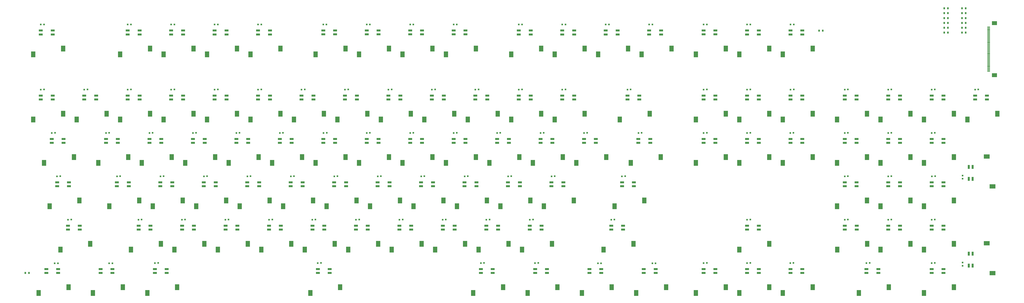
<source format=gbp>
G04*
G04 #@! TF.GenerationSoftware,Altium Limited,Altium Designer,20.2.6 (244)*
G04*
G04 Layer_Color=128*
%FSLAX25Y25*%
%MOIN*%
G70*
G04*
G04 #@! TF.SameCoordinates,CFAAA4C9-4C41-4F38-B22A-D29D1F60BAB1*
G04*
G04*
G04 #@! TF.FilePolarity,Positive*
G04*
G01*
G75*
%ADD27R,0.03150X0.03799*%
%ADD28R,0.07087X0.03346*%
%ADD29R,0.07480X0.09843*%
%ADD30R,0.07480X0.09843*%
%ADD31R,0.03346X0.07087*%
%ADD32R,0.09843X0.07480*%
%ADD33R,0.09843X0.07480*%
%ADD34R,0.08661X0.07087*%
%ADD35R,0.05118X0.01181*%
%ADD36R,0.03000X0.03000*%
%ADD37R,0.03000X0.03000*%
D27*
X26500Y72500D02*
D03*
X20201D02*
D03*
X1390201Y491500D02*
D03*
X1396500D02*
D03*
X1643299Y530000D02*
D03*
X1637000D02*
D03*
X1643299Y521600D02*
D03*
X1637000D02*
D03*
X1643299Y513200D02*
D03*
X1637000D02*
D03*
X1643299Y504800D02*
D03*
X1637000D02*
D03*
X1643299Y496400D02*
D03*
X1637000D02*
D03*
X1643299Y488000D02*
D03*
X1637000D02*
D03*
X1606201Y530000D02*
D03*
X1612500D02*
D03*
X1606201Y521600D02*
D03*
X1612500D02*
D03*
X1606201Y513200D02*
D03*
X1612500D02*
D03*
X1606201Y504800D02*
D03*
X1612500D02*
D03*
X1606201Y496400D02*
D03*
X1612500D02*
D03*
X1606201Y488000D02*
D03*
X1612500D02*
D03*
D28*
X1050200Y229100D02*
D03*
X1070673D02*
D03*
X1070671Y222407D02*
D03*
X1050200D02*
D03*
X93900Y154100D02*
D03*
X114373D02*
D03*
X114371Y147407D02*
D03*
X93900D02*
D03*
X993900Y72407D02*
D03*
X1014371D02*
D03*
X1014373Y79100D02*
D03*
X993900D02*
D03*
X243900Y72407D02*
D03*
X264371D02*
D03*
X264373Y79100D02*
D03*
X243900D02*
D03*
X56400Y72407D02*
D03*
X76871D02*
D03*
X76873Y79100D02*
D03*
X56400D02*
D03*
X150100Y72407D02*
D03*
X170571D02*
D03*
X170573Y79100D02*
D03*
X150100D02*
D03*
X806400Y72407D02*
D03*
X826871D02*
D03*
X826873Y79100D02*
D03*
X806400D02*
D03*
X1087700Y72407D02*
D03*
X1108171D02*
D03*
X1108173Y79100D02*
D03*
X1087700D02*
D03*
X900200Y72407D02*
D03*
X920671D02*
D03*
X920673Y79100D02*
D03*
X900200D02*
D03*
X1031400Y154100D02*
D03*
X1051873D02*
D03*
X1051871Y147407D02*
D03*
X1031400D02*
D03*
X75200Y229100D02*
D03*
X95673D02*
D03*
X95671Y222407D02*
D03*
X75200D02*
D03*
X1059500Y379100D02*
D03*
X1079973D02*
D03*
X1079971Y372407D02*
D03*
X1059500D02*
D03*
X1472000Y79200D02*
D03*
X1492473D02*
D03*
X1492471Y72507D02*
D03*
X1472000D02*
D03*
X525200Y79100D02*
D03*
X545673D02*
D03*
X545671Y72407D02*
D03*
X525200D02*
D03*
X797000Y372407D02*
D03*
X817471D02*
D03*
X817473Y379100D02*
D03*
X797000D02*
D03*
X122000Y372407D02*
D03*
X142471D02*
D03*
X142473Y379100D02*
D03*
X122000D02*
D03*
X197000Y372407D02*
D03*
X217471D02*
D03*
X217473Y379100D02*
D03*
X197000D02*
D03*
X272000Y372407D02*
D03*
X292471D02*
D03*
X292473Y379100D02*
D03*
X272000D02*
D03*
X347000Y372407D02*
D03*
X367471D02*
D03*
X367473Y379100D02*
D03*
X347000D02*
D03*
X422000Y372407D02*
D03*
X442471D02*
D03*
X442473Y379100D02*
D03*
X422000D02*
D03*
X497000Y372407D02*
D03*
X517471D02*
D03*
X517473Y379100D02*
D03*
X497000D02*
D03*
X572000Y372407D02*
D03*
X592471D02*
D03*
X592473Y379100D02*
D03*
X572000D02*
D03*
X647000Y372407D02*
D03*
X667471D02*
D03*
X667473Y379100D02*
D03*
X647000D02*
D03*
X722000Y372407D02*
D03*
X742471D02*
D03*
X742473Y379100D02*
D03*
X722000D02*
D03*
X947000Y372407D02*
D03*
X967471D02*
D03*
X967473Y379100D02*
D03*
X947000D02*
D03*
X178300Y222407D02*
D03*
X198771D02*
D03*
X198773Y229100D02*
D03*
X178300D02*
D03*
X984500Y297407D02*
D03*
X1004971D02*
D03*
X1004973Y304100D02*
D03*
X984500D02*
D03*
X515800Y147407D02*
D03*
X536271D02*
D03*
X536273Y154100D02*
D03*
X515800D02*
D03*
X853300Y222407D02*
D03*
X873771D02*
D03*
X873773Y229100D02*
D03*
X853300D02*
D03*
X740800Y147407D02*
D03*
X761271D02*
D03*
X761273Y154100D02*
D03*
X740800D02*
D03*
X365800Y147407D02*
D03*
X386271D02*
D03*
X386273Y154100D02*
D03*
X365800D02*
D03*
X1190800Y297407D02*
D03*
X1211271D02*
D03*
X1211273Y304100D02*
D03*
X1190800D02*
D03*
X1265800Y72407D02*
D03*
X1286271D02*
D03*
X1286273Y79100D02*
D03*
X1265800D02*
D03*
X328300Y222407D02*
D03*
X348771D02*
D03*
X348773Y229100D02*
D03*
X328300D02*
D03*
X1265800Y297407D02*
D03*
X1286271D02*
D03*
X1286273Y304100D02*
D03*
X1265800D02*
D03*
X47000Y484907D02*
D03*
X67471D02*
D03*
X67473Y491600D02*
D03*
X47000D02*
D03*
X309500Y297407D02*
D03*
X329971D02*
D03*
X329973Y304100D02*
D03*
X309500D02*
D03*
X197000Y484907D02*
D03*
X217471D02*
D03*
X217473Y491600D02*
D03*
X197000D02*
D03*
X272000Y484907D02*
D03*
X292471D02*
D03*
X292473Y491600D02*
D03*
X272000D02*
D03*
X347000Y484907D02*
D03*
X367471D02*
D03*
X367473Y491600D02*
D03*
X347000D02*
D03*
X422000Y484907D02*
D03*
X442471D02*
D03*
X442473Y491600D02*
D03*
X422000D02*
D03*
X534500Y485007D02*
D03*
X554971D02*
D03*
X554973Y491700D02*
D03*
X534500D02*
D03*
X609500Y485007D02*
D03*
X629971D02*
D03*
X629973Y491700D02*
D03*
X609500D02*
D03*
X684500Y485007D02*
D03*
X704971D02*
D03*
X704973Y491700D02*
D03*
X684500D02*
D03*
X759500Y485007D02*
D03*
X779971D02*
D03*
X779973Y491700D02*
D03*
X759500D02*
D03*
X872000Y484907D02*
D03*
X892471D02*
D03*
X892473Y491600D02*
D03*
X872000D02*
D03*
X947000Y484907D02*
D03*
X967471D02*
D03*
X967473Y491600D02*
D03*
X947000D02*
D03*
X1022000Y484907D02*
D03*
X1042471D02*
D03*
X1042473Y491600D02*
D03*
X1022000D02*
D03*
X1097000Y484907D02*
D03*
X1117471D02*
D03*
X1117473Y491600D02*
D03*
X1097000D02*
D03*
X909500Y297407D02*
D03*
X929971D02*
D03*
X929973Y304100D02*
D03*
X909500D02*
D03*
X403300Y222407D02*
D03*
X423771D02*
D03*
X423773Y229100D02*
D03*
X403300D02*
D03*
X815800Y147407D02*
D03*
X836271D02*
D03*
X836273Y154100D02*
D03*
X815800D02*
D03*
X478300Y222407D02*
D03*
X498771D02*
D03*
X498773Y229100D02*
D03*
X478300D02*
D03*
X1265800Y372407D02*
D03*
X1286271D02*
D03*
X1286273Y379100D02*
D03*
X1265800D02*
D03*
X553300Y222407D02*
D03*
X573771D02*
D03*
X573773Y229100D02*
D03*
X553300D02*
D03*
X1190800Y372407D02*
D03*
X1211271D02*
D03*
X1211273Y379100D02*
D03*
X1190800D02*
D03*
X684500Y297407D02*
D03*
X704971D02*
D03*
X704973Y304100D02*
D03*
X684500D02*
D03*
X628300Y222407D02*
D03*
X648771D02*
D03*
X648773Y229100D02*
D03*
X628300D02*
D03*
X703300Y222407D02*
D03*
X723771D02*
D03*
X723773Y229100D02*
D03*
X703300D02*
D03*
X1190800Y72407D02*
D03*
X1211271D02*
D03*
X1211273Y79100D02*
D03*
X1190800D02*
D03*
X778300Y222407D02*
D03*
X798771D02*
D03*
X798773Y229100D02*
D03*
X778300D02*
D03*
X665800Y147407D02*
D03*
X686271D02*
D03*
X686273Y154100D02*
D03*
X665800D02*
D03*
X590800Y147407D02*
D03*
X611271D02*
D03*
X611273Y154100D02*
D03*
X590800D02*
D03*
X1434600Y147407D02*
D03*
X1455071D02*
D03*
X1455073Y154100D02*
D03*
X1434600D02*
D03*
X1509500Y147407D02*
D03*
X1529971D02*
D03*
X1529973Y154100D02*
D03*
X1509500D02*
D03*
X1584500Y147407D02*
D03*
X1604971D02*
D03*
X1604973Y154100D02*
D03*
X1584500D02*
D03*
X1434500Y222407D02*
D03*
X1454971D02*
D03*
X1454973Y229100D02*
D03*
X1434500D02*
D03*
X1509500Y222407D02*
D03*
X1529971D02*
D03*
X1529973Y229100D02*
D03*
X1509500D02*
D03*
X1584500Y222407D02*
D03*
X1604971D02*
D03*
X1604973Y229100D02*
D03*
X1584500D02*
D03*
X1434500Y297407D02*
D03*
X1454971D02*
D03*
X1454973Y304100D02*
D03*
X1434500D02*
D03*
X1509500Y297407D02*
D03*
X1529971D02*
D03*
X1529973Y304100D02*
D03*
X1509500D02*
D03*
X1584500Y297407D02*
D03*
X1604971D02*
D03*
X1604973Y304100D02*
D03*
X1584500D02*
D03*
X1509500Y372407D02*
D03*
X1529971D02*
D03*
X1529973Y379100D02*
D03*
X1509500D02*
D03*
X1584500Y72407D02*
D03*
X1604971D02*
D03*
X1604973Y79100D02*
D03*
X1584500D02*
D03*
X1434500Y372407D02*
D03*
X1454971D02*
D03*
X1454973Y379100D02*
D03*
X1434500D02*
D03*
X1584500Y372407D02*
D03*
X1604971D02*
D03*
X1604973Y379100D02*
D03*
X1584500D02*
D03*
X1659500Y372407D02*
D03*
X1679971D02*
D03*
X1679973Y379100D02*
D03*
X1659500D02*
D03*
X759500Y297407D02*
D03*
X779971D02*
D03*
X779973Y304100D02*
D03*
X759500D02*
D03*
X1340800Y484907D02*
D03*
X1361271D02*
D03*
X1361273Y491600D02*
D03*
X1340800D02*
D03*
Y297407D02*
D03*
X1361271D02*
D03*
X1361273Y304100D02*
D03*
X1340800D02*
D03*
Y372407D02*
D03*
X1361271D02*
D03*
X1361273Y379100D02*
D03*
X1340800D02*
D03*
X1190800Y485007D02*
D03*
X1211271D02*
D03*
X1211273Y491700D02*
D03*
X1190800D02*
D03*
X834500Y297407D02*
D03*
X854971D02*
D03*
X854973Y304100D02*
D03*
X834500D02*
D03*
X159500Y297407D02*
D03*
X179971D02*
D03*
X179973Y304100D02*
D03*
X159500D02*
D03*
X928300Y222407D02*
D03*
X948771D02*
D03*
X948773Y229100D02*
D03*
X928300D02*
D03*
X1340800Y72407D02*
D03*
X1361271D02*
D03*
X1361273Y79100D02*
D03*
X1340800D02*
D03*
X384500Y297407D02*
D03*
X404971D02*
D03*
X404973Y304100D02*
D03*
X384500D02*
D03*
X1265800Y484907D02*
D03*
X1286271D02*
D03*
X1286273Y491600D02*
D03*
X1265800D02*
D03*
X890800Y147407D02*
D03*
X911271D02*
D03*
X911273Y154100D02*
D03*
X890800D02*
D03*
X253300Y222407D02*
D03*
X273771D02*
D03*
X273773Y229100D02*
D03*
X253300D02*
D03*
X872000Y372407D02*
D03*
X892471D02*
D03*
X892473Y379100D02*
D03*
X872000D02*
D03*
X459500Y297407D02*
D03*
X479971D02*
D03*
X479973Y304100D02*
D03*
X459500D02*
D03*
X1265800Y147407D02*
D03*
X1286271D02*
D03*
X1286273Y154100D02*
D03*
X1265800D02*
D03*
X609500Y297407D02*
D03*
X629971D02*
D03*
X629973Y304100D02*
D03*
X609500D02*
D03*
X440800Y147407D02*
D03*
X461271D02*
D03*
X461273Y154100D02*
D03*
X440800D02*
D03*
X47000Y372407D02*
D03*
X67471D02*
D03*
X67473Y379100D02*
D03*
X47000D02*
D03*
X234500Y297407D02*
D03*
X254971D02*
D03*
X254973Y304100D02*
D03*
X234500D02*
D03*
X290800Y147407D02*
D03*
X311271D02*
D03*
X311273Y154100D02*
D03*
X290800D02*
D03*
X534500Y297407D02*
D03*
X554971D02*
D03*
X554973Y304100D02*
D03*
X534500D02*
D03*
X215800Y147407D02*
D03*
X236271D02*
D03*
X236273Y154100D02*
D03*
X215800D02*
D03*
X1078300Y297407D02*
D03*
X1098771D02*
D03*
X1098773Y304100D02*
D03*
X1078300D02*
D03*
X65800D02*
D03*
X86273D02*
D03*
X86271Y297407D02*
D03*
X65800D02*
D03*
D29*
X1037073Y187824D02*
D03*
X80773Y112824D02*
D03*
X980773Y37824D02*
D03*
X230773D02*
D03*
X43273D02*
D03*
X136973D02*
D03*
X793273D02*
D03*
X1074573D02*
D03*
X887073D02*
D03*
X1018273Y112824D02*
D03*
X62073Y187824D02*
D03*
X1046373Y337825D02*
D03*
X1458873Y37925D02*
D03*
X512073Y37824D02*
D03*
X783873Y337825D02*
D03*
X108873D02*
D03*
X183873D02*
D03*
X258873D02*
D03*
X333873D02*
D03*
X408873D02*
D03*
X483873D02*
D03*
X558873D02*
D03*
X633873D02*
D03*
X708873D02*
D03*
X933873D02*
D03*
X165173Y187824D02*
D03*
X971373Y262825D02*
D03*
X502673Y112824D02*
D03*
X840173Y187824D02*
D03*
X727673Y112824D02*
D03*
X352673D02*
D03*
X1177673Y262825D02*
D03*
X1252673Y37824D02*
D03*
X315173Y187824D02*
D03*
X1252673Y262825D02*
D03*
X33873Y450324D02*
D03*
X296373Y262825D02*
D03*
X183873Y450324D02*
D03*
X258873D02*
D03*
X333873D02*
D03*
X408873D02*
D03*
X521373Y450424D02*
D03*
X596373D02*
D03*
X671373D02*
D03*
X746373D02*
D03*
X858873Y450324D02*
D03*
X933873D02*
D03*
X1008873D02*
D03*
X1083873D02*
D03*
X896373Y262825D02*
D03*
X390173Y187824D02*
D03*
X802673Y112824D02*
D03*
X465173Y187824D02*
D03*
X1252673Y337825D02*
D03*
X540173Y187824D02*
D03*
X1177673Y337825D02*
D03*
X671373Y262825D02*
D03*
X615173Y187824D02*
D03*
X690173D02*
D03*
X1177673Y37824D02*
D03*
X765173Y187824D02*
D03*
X652673Y112824D02*
D03*
X577673D02*
D03*
X1421473D02*
D03*
X1496373D02*
D03*
X1571373D02*
D03*
X1421373Y187824D02*
D03*
X1496373D02*
D03*
X1571373D02*
D03*
X1421373Y262825D02*
D03*
X1496373D02*
D03*
X1571373D02*
D03*
X1496373Y337825D02*
D03*
X1571373Y37824D02*
D03*
X1421373Y337825D02*
D03*
X1571373D02*
D03*
X1646373D02*
D03*
X746373Y262825D02*
D03*
X1327673Y450324D02*
D03*
Y262825D02*
D03*
Y337825D02*
D03*
X1177673Y450424D02*
D03*
X821373Y262825D02*
D03*
X146373D02*
D03*
X915173Y187824D02*
D03*
X1327673Y37824D02*
D03*
X371373Y262825D02*
D03*
X1252673Y450324D02*
D03*
X877673Y112824D02*
D03*
X240173Y187824D02*
D03*
X858873Y337825D02*
D03*
X446373Y262825D02*
D03*
X1252673Y112824D02*
D03*
X596373Y262825D02*
D03*
X427673Y112824D02*
D03*
X33873Y337825D02*
D03*
X221373Y262825D02*
D03*
X277673Y112824D02*
D03*
X521373Y262825D02*
D03*
X202673Y112824D02*
D03*
X1065173Y262825D02*
D03*
X52673D02*
D03*
D30*
X1088673Y197825D02*
D03*
X132373Y122825D02*
D03*
X1032373Y47824D02*
D03*
X282373D02*
D03*
X94873D02*
D03*
X188573D02*
D03*
X844873D02*
D03*
X1126173D02*
D03*
X938673D02*
D03*
X1069873Y122825D02*
D03*
X113673Y197825D02*
D03*
X1097973Y347825D02*
D03*
X1510473Y47925D02*
D03*
X563673Y47824D02*
D03*
X835473Y347825D02*
D03*
X160473D02*
D03*
X235473D02*
D03*
X310473D02*
D03*
X385473D02*
D03*
X460473D02*
D03*
X535473D02*
D03*
X610473D02*
D03*
X685473D02*
D03*
X760473D02*
D03*
X985473D02*
D03*
X216773Y197825D02*
D03*
X1022973Y272825D02*
D03*
X554273Y122825D02*
D03*
X891773Y197825D02*
D03*
X779273Y122825D02*
D03*
X404273D02*
D03*
X1229273Y272825D02*
D03*
X1304273Y47824D02*
D03*
X366773Y197825D02*
D03*
X1304273Y272825D02*
D03*
X85473Y460324D02*
D03*
X347973Y272825D02*
D03*
X235473Y460324D02*
D03*
X310473D02*
D03*
X385473D02*
D03*
X460473D02*
D03*
X572973Y460425D02*
D03*
X647973D02*
D03*
X722973D02*
D03*
X797973D02*
D03*
X910473Y460324D02*
D03*
X985473D02*
D03*
X1060473D02*
D03*
X1135473D02*
D03*
X947973Y272825D02*
D03*
X441773Y197825D02*
D03*
X854273Y122825D02*
D03*
X516773Y197825D02*
D03*
X1304273Y347825D02*
D03*
X591773Y197825D02*
D03*
X1229273Y347825D02*
D03*
X722973Y272825D02*
D03*
X666773Y197825D02*
D03*
X741773D02*
D03*
X1229273Y47824D02*
D03*
X816773Y197825D02*
D03*
X704273Y122825D02*
D03*
X629273D02*
D03*
X1473073D02*
D03*
X1547973D02*
D03*
X1622973D02*
D03*
X1472973Y197825D02*
D03*
X1547973D02*
D03*
X1622973D02*
D03*
X1472973Y272825D02*
D03*
X1547973D02*
D03*
X1622973D02*
D03*
X1547973Y347825D02*
D03*
X1622973Y47824D02*
D03*
X1472973Y347825D02*
D03*
X1622973D02*
D03*
X1697973D02*
D03*
X797973Y272825D02*
D03*
X1379273Y460324D02*
D03*
Y272825D02*
D03*
Y347825D02*
D03*
X1229273Y460425D02*
D03*
X872973Y272825D02*
D03*
X197973D02*
D03*
X966773Y197825D02*
D03*
X1379273Y47824D02*
D03*
X422973Y272825D02*
D03*
X1304273Y460324D02*
D03*
X929273Y122825D02*
D03*
X291773Y197825D02*
D03*
X910473Y347825D02*
D03*
X497973Y272825D02*
D03*
X1304273Y122825D02*
D03*
X647973Y272825D02*
D03*
X479273Y122825D02*
D03*
X85473Y347825D02*
D03*
X272973Y272825D02*
D03*
X329273Y122825D02*
D03*
X572973Y272825D02*
D03*
X254273Y122825D02*
D03*
X1116773Y272825D02*
D03*
X104273D02*
D03*
D31*
X1648400Y235200D02*
D03*
Y255673D02*
D03*
X1655093Y255671D02*
D03*
Y235200D02*
D03*
X1648400Y85200D02*
D03*
Y105673D02*
D03*
X1655093Y105671D02*
D03*
Y85200D02*
D03*
D32*
X1689676Y222073D02*
D03*
Y72073D02*
D03*
D33*
X1679675Y273673D02*
D03*
Y123673D02*
D03*
D34*
X1692831Y504339D02*
D03*
Y414575D02*
D03*
D35*
X1683000Y482095D02*
D03*
Y484063D02*
D03*
Y497843D02*
D03*
Y495874D02*
D03*
Y493906D02*
D03*
Y491937D02*
D03*
Y489969D02*
D03*
Y488000D02*
D03*
Y486032D02*
D03*
Y480126D02*
D03*
Y478158D02*
D03*
Y476189D02*
D03*
Y474221D02*
D03*
Y472252D02*
D03*
Y470284D02*
D03*
Y468315D02*
D03*
Y466347D02*
D03*
Y464378D02*
D03*
Y462409D02*
D03*
Y460441D02*
D03*
Y458472D02*
D03*
Y456504D02*
D03*
Y454535D02*
D03*
Y452567D02*
D03*
Y450598D02*
D03*
Y448630D02*
D03*
Y446662D02*
D03*
Y444693D02*
D03*
Y442725D02*
D03*
Y440756D02*
D03*
Y438788D02*
D03*
Y436819D02*
D03*
Y434851D02*
D03*
Y432882D02*
D03*
Y430913D02*
D03*
Y428945D02*
D03*
Y426976D02*
D03*
Y425008D02*
D03*
Y423039D02*
D03*
Y421071D02*
D03*
D36*
X165000Y89000D02*
D03*
X170500Y89100D02*
D03*
X71000Y89000D02*
D03*
X76500Y89100D02*
D03*
X272000Y389500D02*
D03*
X277500Y389600D02*
D03*
X347000Y389500D02*
D03*
X352500Y389600D02*
D03*
X422000Y389500D02*
D03*
X427500Y389600D02*
D03*
X497000Y389500D02*
D03*
X502500Y389600D02*
D03*
X572000Y389500D02*
D03*
X577500Y389600D02*
D03*
X647000Y389500D02*
D03*
X652500Y389600D02*
D03*
X722000Y389500D02*
D03*
X727500Y389600D02*
D03*
X797000Y389500D02*
D03*
X802500Y389600D02*
D03*
X872000Y389500D02*
D03*
X877500Y389600D02*
D03*
X947000Y389500D02*
D03*
X952500Y389600D02*
D03*
X1059500Y389500D02*
D03*
X1065000Y389600D02*
D03*
X1191000Y389500D02*
D03*
X1196500Y389600D02*
D03*
X1266000Y389500D02*
D03*
X1271500Y389600D02*
D03*
X1584500Y389500D02*
D03*
X1590000Y389600D02*
D03*
X1659500Y389500D02*
D03*
X1665000Y389600D02*
D03*
X47000Y389500D02*
D03*
X52500Y389600D02*
D03*
X122000Y389500D02*
D03*
X127500Y389600D02*
D03*
X197000Y389500D02*
D03*
X202500Y389600D02*
D03*
X1341000Y389500D02*
D03*
X1346500Y389600D02*
D03*
X1434500Y389500D02*
D03*
X1440000Y389600D02*
D03*
X1509500Y389500D02*
D03*
X1515000Y389600D02*
D03*
X909500Y314500D02*
D03*
X915000Y314600D02*
D03*
X834500Y314500D02*
D03*
X840000Y314600D02*
D03*
X759500Y314500D02*
D03*
X765000Y314600D02*
D03*
X684500Y314500D02*
D03*
X690000Y314600D02*
D03*
X609500Y314500D02*
D03*
X615000Y314600D02*
D03*
X535000Y314500D02*
D03*
X540500Y314600D02*
D03*
X459500Y314500D02*
D03*
X465000Y314600D02*
D03*
X384500Y314500D02*
D03*
X390000Y314600D02*
D03*
X309500Y314500D02*
D03*
X315000Y314600D02*
D03*
X234500Y314500D02*
D03*
X240000Y314600D02*
D03*
X159500Y314500D02*
D03*
X165000Y314600D02*
D03*
X66000Y314500D02*
D03*
X71500Y314600D02*
D03*
X1585000Y239500D02*
D03*
X1590500Y239600D02*
D03*
X1341000Y502000D02*
D03*
X1346500Y502100D02*
D03*
X1584500Y164500D02*
D03*
X1590000Y164600D02*
D03*
X1509500Y239500D02*
D03*
X1515000Y239600D02*
D03*
X1266000Y502000D02*
D03*
X1271500Y502100D02*
D03*
X1509500Y164500D02*
D03*
X1515000Y164600D02*
D03*
X1434500Y239500D02*
D03*
X1440000Y239600D02*
D03*
X1434500Y164500D02*
D03*
X1440000Y164600D02*
D03*
X1050000Y239500D02*
D03*
X1055500Y239600D02*
D03*
X1191000Y502000D02*
D03*
X1196500Y502100D02*
D03*
X1266000Y164500D02*
D03*
X1271500Y164600D02*
D03*
X928500Y239500D02*
D03*
X934000Y239600D02*
D03*
X1097000Y502000D02*
D03*
X1102500Y502100D02*
D03*
X1031500Y164500D02*
D03*
X1037000Y164600D02*
D03*
X1022000Y502000D02*
D03*
X1027500Y502100D02*
D03*
X853500Y239500D02*
D03*
X859000Y239600D02*
D03*
X891000Y164500D02*
D03*
X896500Y164600D02*
D03*
X1584500Y89500D02*
D03*
X1590000Y89600D02*
D03*
X947000Y502000D02*
D03*
X952500Y502100D02*
D03*
X778500Y239500D02*
D03*
X784000Y239600D02*
D03*
X816000Y164500D02*
D03*
X821500Y164600D02*
D03*
X1472000Y89500D02*
D03*
X1477500Y89600D02*
D03*
X872000Y502000D02*
D03*
X877500Y502100D02*
D03*
X703500Y239500D02*
D03*
X709000Y239600D02*
D03*
X740500Y164500D02*
D03*
X746000Y164600D02*
D03*
X1340500Y89500D02*
D03*
X1346000Y89600D02*
D03*
X759500Y502000D02*
D03*
X765000Y502100D02*
D03*
X628500Y239500D02*
D03*
X634000Y239600D02*
D03*
X666000Y164500D02*
D03*
X671500Y164600D02*
D03*
X1266000Y89500D02*
D03*
X1271500Y89600D02*
D03*
X684500Y502000D02*
D03*
X690000Y502100D02*
D03*
X553500Y239500D02*
D03*
X559000Y239600D02*
D03*
X1191000Y89500D02*
D03*
X1196500Y89600D02*
D03*
X609500Y502000D02*
D03*
X615000Y502100D02*
D03*
X591000Y164500D02*
D03*
X596500Y164600D02*
D03*
X478500Y239500D02*
D03*
X484000Y239600D02*
D03*
X1102500Y89000D02*
D03*
X1108000Y89100D02*
D03*
X534500Y502000D02*
D03*
X540000Y502100D02*
D03*
X1584500Y314500D02*
D03*
X1590000Y314600D02*
D03*
X515500Y164500D02*
D03*
X521000Y164600D02*
D03*
X403500Y239500D02*
D03*
X409000Y239600D02*
D03*
X1008500Y89000D02*
D03*
X1014000Y89100D02*
D03*
X422000Y502000D02*
D03*
X427500Y502100D02*
D03*
X1509500Y314500D02*
D03*
X1515000Y314600D02*
D03*
X441000Y164500D02*
D03*
X446500Y164600D02*
D03*
X328500Y239500D02*
D03*
X334000Y239600D02*
D03*
X900000Y89500D02*
D03*
X905500Y89600D02*
D03*
X347000Y502000D02*
D03*
X352500Y502100D02*
D03*
X1434500Y314500D02*
D03*
X1440000Y314600D02*
D03*
X365500Y164500D02*
D03*
X371000Y164600D02*
D03*
X253500Y239500D02*
D03*
X259000Y239600D02*
D03*
X806500Y89500D02*
D03*
X812000Y89600D02*
D03*
X272000Y502000D02*
D03*
X277500Y502100D02*
D03*
X1340500Y314500D02*
D03*
X1346000Y314600D02*
D03*
X290500Y164500D02*
D03*
X296000Y164600D02*
D03*
X178500Y239500D02*
D03*
X184000Y239600D02*
D03*
X197000Y502000D02*
D03*
X202500Y502100D02*
D03*
X1266000Y314500D02*
D03*
X1271500Y314600D02*
D03*
X215500Y164500D02*
D03*
X221000Y164600D02*
D03*
X75000Y239500D02*
D03*
X80500Y239600D02*
D03*
X525000Y89500D02*
D03*
X530500Y89600D02*
D03*
X47000Y502000D02*
D03*
X52500Y502100D02*
D03*
X94000Y164500D02*
D03*
X99500Y164600D02*
D03*
X244000Y89500D02*
D03*
X249500Y89600D02*
D03*
X1191000Y314500D02*
D03*
X1196500Y314600D02*
D03*
X1078500Y314500D02*
D03*
X1084000Y314600D02*
D03*
X984500Y314500D02*
D03*
X990000Y314600D02*
D03*
D37*
X1637853Y84826D02*
D03*
X1637753Y90326D02*
D03*
X1637853Y235323D02*
D03*
X1637753Y240823D02*
D03*
M02*

</source>
